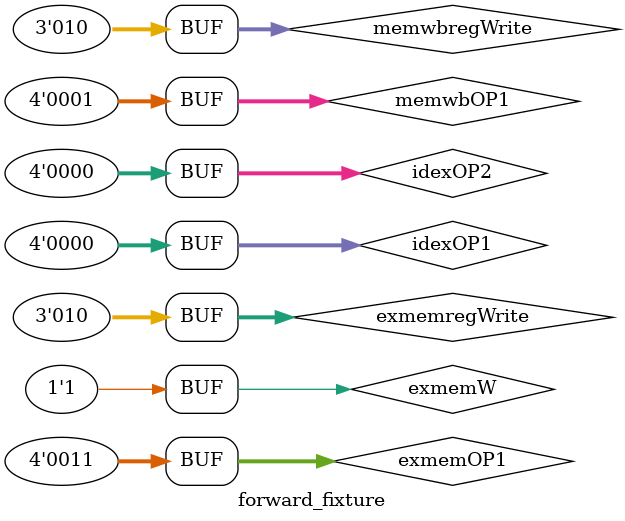
<source format=v>
`include "forward.v"

module forward_fixture;

reg [3:0] idexOP1, idexOP2, exmemOP1, memwbOP1;
reg [2:0] exmemregWrite, memwbregWrite;
reg exmemW;

wire [2:0] C, D;
wire E;

forward forwardi (.idexOP1(idexOP1), .idexOP2(idexOP2), .exmemOP1(exmemOP1), .memwbOP1(memwbOP1),
		  .exmemregWrite(exmemregWrite), .memwbregWrite(memwbregWrite), .exmemW(exmemW),
		  .C(C), .D(D), .E(E));

initial
begin
	$display("idexOP1 idexOP2 exmemOP1 memwbOP1 exmemRW memwbRW exmemW  C   D  E");
	$monitor("  %b    %b    %b     %b     %b     %b      %b   %b %b %b", idexOP1, idexOP2,
		exmemOP1, memwbOP1, exmemregWrite, memwbregWrite, exmemW, C, D, E);
end

initial
begin
	idexOP1 = 4'b0001; idexOP2 = 4'b000;
	exmemOP1 = 4'b0001; memwbOP1 = 4'b0001;
	exmemregWrite = 3'b001; memwbregWrite = 3'b010; exmemW = 1'b0;
	#10;

	idexOP1 = 4'b0010; idexOP2 = 4'b000;
	exmemOP1 = 4'b0001; memwbOP1 = 4'b0001;
	exmemregWrite = 3'b001; memwbregWrite = 3'b010; exmemW = 1'b0;
	#10;

	idexOP1 = 4'b0000; idexOP2 = 4'b000;
	exmemOP1 = 4'b0011; memwbOP1 = 4'b0001;
	exmemregWrite = 3'b010; memwbregWrite = 3'b010; exmemW = 1'b1;
end

endmodule

</source>
